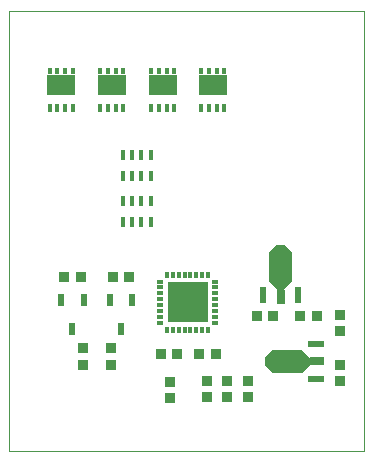
<source format=gtp>
G04*
G04 #@! TF.GenerationSoftware,Altium Limited,Altium Designer,20.1.11 (218)*
G04*
G04 Layer_Color=8421504*
%FSLAX44Y44*%
%MOMM*%
G71*
G04*
G04 #@! TF.SameCoordinates,7590A8BC-6F61-42B1-8E90-CD4C0DD3AB11*
G04*
G04*
G04 #@! TF.FilePolarity,Positive*
G04*
G01*
G75*
%ADD15C,0.1000*%
%ADD16R,0.8500X0.8500*%
%ADD17R,0.8500X0.8500*%
%ADD18R,0.6000X1.0000*%
%ADD19R,1.4000X0.6000*%
%ADD20R,1.2000X0.6500*%
%ADD21R,0.6000X1.4000*%
%ADD22R,0.6500X1.2000*%
%ADD23R,0.4200X0.5400*%
%ADD24R,0.4200X0.7000*%
%ADD25R,0.4500X0.8500*%
%ADD26R,3.4500X3.4500*%
%ADD27R,0.6000X0.3000*%
%ADD28R,0.3000X0.6000*%
%ADD29R,2.3700X1.7100*%
G36*
X254500Y79250D02*
Y73250D01*
X247500Y66250D01*
X222500D01*
X216500Y73250D01*
Y79250D01*
X222500Y86250D01*
X247500D01*
X254500Y79250D01*
D02*
G37*
G36*
X239500Y169000D02*
Y144000D01*
X232500Y137000D01*
X226500D01*
X219500Y144000D01*
Y169000D01*
X226500Y175000D01*
X232500D01*
X239500Y169000D01*
D02*
G37*
D15*
X0Y0D02*
X300000D01*
X0D02*
Y372500D01*
X300000Y0D02*
Y372500D01*
X0D02*
X300000D01*
D16*
X279500Y59250D02*
D03*
Y73250D02*
D03*
Y101750D02*
D03*
Y115750D02*
D03*
X62627Y87361D02*
D03*
Y73361D02*
D03*
X85964Y87500D02*
D03*
Y73500D02*
D03*
X136000Y59000D02*
D03*
Y45000D02*
D03*
X166806Y60000D02*
D03*
Y46000D02*
D03*
X184482D02*
D03*
Y60000D02*
D03*
X202232Y46000D02*
D03*
Y60000D02*
D03*
D17*
X246245Y114500D02*
D03*
X260245D02*
D03*
X142250Y82500D02*
D03*
X128250D02*
D03*
X174750D02*
D03*
X160750D02*
D03*
X209395Y114500D02*
D03*
X223395D02*
D03*
X87264Y148000D02*
D03*
X101264D02*
D03*
X46327Y147861D02*
D03*
X60327D02*
D03*
D18*
X94264Y104000D02*
D03*
X84764Y128000D02*
D03*
X103764D02*
D03*
X53327Y103861D02*
D03*
X43827Y127861D02*
D03*
X62827D02*
D03*
D19*
X259500Y61250D02*
D03*
Y91250D02*
D03*
D20*
X260500Y76250D02*
D03*
D21*
X214500Y132000D02*
D03*
X244500D02*
D03*
D22*
X229500Y131000D02*
D03*
D23*
X162400Y321800D02*
D03*
X168900D02*
D03*
X175400D02*
D03*
X181900D02*
D03*
X120000D02*
D03*
X126500D02*
D03*
X133000D02*
D03*
X139500D02*
D03*
X77000D02*
D03*
X83500D02*
D03*
X90000D02*
D03*
X96500D02*
D03*
X34000D02*
D03*
X40500D02*
D03*
X47000D02*
D03*
X53500D02*
D03*
D24*
X181900Y291000D02*
D03*
X175400D02*
D03*
X168900D02*
D03*
X162400D02*
D03*
X139500D02*
D03*
X133000D02*
D03*
X126500D02*
D03*
X120000D02*
D03*
X96500D02*
D03*
X90000D02*
D03*
X83500D02*
D03*
X77000D02*
D03*
X53500D02*
D03*
X47000D02*
D03*
X40500D02*
D03*
X34000D02*
D03*
D25*
X103750Y233250D02*
D03*
X95750D02*
D03*
X111750D02*
D03*
X119750D02*
D03*
X120000Y250750D02*
D03*
X111750D02*
D03*
X103750D02*
D03*
X95750D02*
D03*
Y211750D02*
D03*
X103750D02*
D03*
X111750D02*
D03*
X120000D02*
D03*
X119750Y194250D02*
D03*
X111750D02*
D03*
X95750D02*
D03*
X103750D02*
D03*
D26*
X150750Y126250D02*
D03*
D27*
X127250Y108750D02*
D03*
Y113750D02*
D03*
Y118750D02*
D03*
Y123750D02*
D03*
Y128750D02*
D03*
Y133750D02*
D03*
Y138750D02*
D03*
Y143750D02*
D03*
X174250D02*
D03*
Y138750D02*
D03*
Y133750D02*
D03*
Y128750D02*
D03*
Y123750D02*
D03*
Y118750D02*
D03*
Y113750D02*
D03*
Y108750D02*
D03*
D28*
X133250Y149750D02*
D03*
X138250D02*
D03*
X143250D02*
D03*
X148250D02*
D03*
X153250D02*
D03*
X158250D02*
D03*
X163250D02*
D03*
X168250D02*
D03*
X168250Y102750D02*
D03*
X163250D02*
D03*
X158250D02*
D03*
X153250D02*
D03*
X148250D02*
D03*
X143250D02*
D03*
X138250D02*
D03*
X133250D02*
D03*
D29*
X172145Y310550D02*
D03*
X129745D02*
D03*
X86745Y310550D02*
D03*
X43745Y310550D02*
D03*
M02*

</source>
